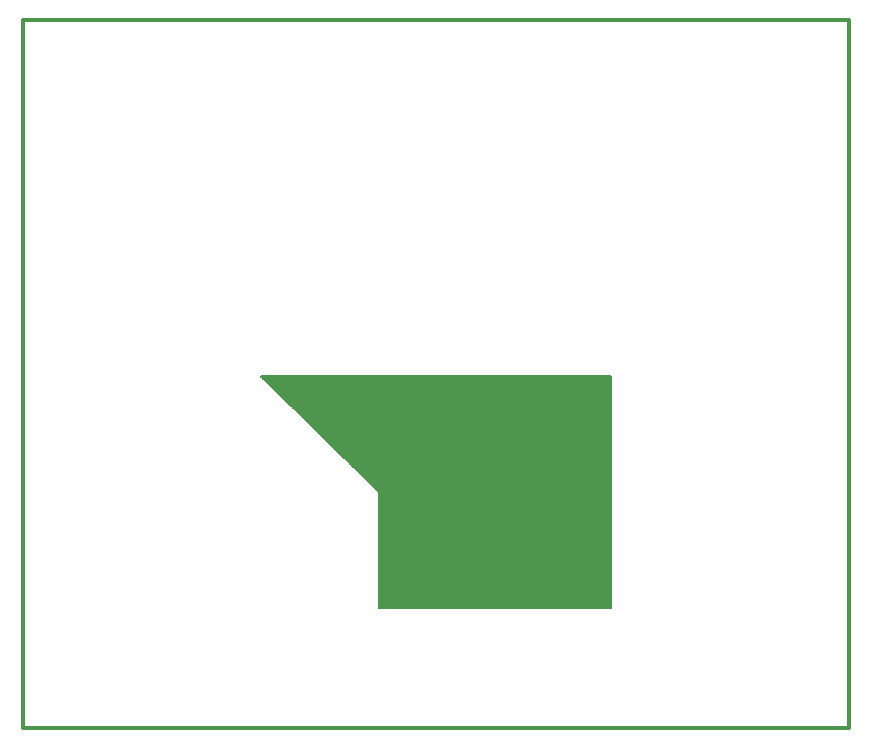
<source format=gbr>
G04 BAE OUTPUT*
%MOIN*%
%ADD10C,0.00500*%
%ADD11C,0.01181*%
%ADD12C,0.01250*%
%ADD13R,0.02362X0.07874*%
%ADD14R,0.02362X0.07875*%
%ADD15R,0.03400X0.09000*%
%ADD16C,0.03500*%
%ADD17R,0.04500X0.06000*%
%ADD18R,0.06000X0.04500*%
%ADD19C,0.07087*%
%ADD20R,0.07874X0.02362*%
%ADD21R,0.07875X0.02362*%
%ADD22C,0.08268*%
%ADD23R,0.09000X0.03400*%
%FSLAX23Y23*%
%MOIN*%
G01*
X0Y0D02*
G54D10*
X1483Y1871D02*
X1483Y1483D01*
X2257Y1483D01*
X2257Y2257D01*
X1089Y2257D01*
X1483Y1871D01*
X1484Y1484D02*
X2256Y1484D01*
X1484Y1487D02*
X2256Y1487D01*
X1484Y1491D02*
X2256Y1491D01*
X1484Y1494D02*
X2256Y1494D01*
X1484Y1498D02*
X2256Y1498D01*
X1484Y1501D02*
X2256Y1501D01*
X1484Y1505D02*
X2256Y1505D01*
X1484Y1508D02*
X2256Y1508D01*
X1484Y1512D02*
X2256Y1512D01*
X1484Y1515D02*
X2256Y1515D01*
X1484Y1519D02*
X2256Y1519D01*
X1484Y1522D02*
X2256Y1522D01*
X1484Y1526D02*
X2256Y1526D01*
X1484Y1529D02*
X2256Y1529D01*
X1484Y1533D02*
X2256Y1533D01*
X1484Y1536D02*
X2256Y1536D01*
X1484Y1540D02*
X2256Y1540D01*
X1484Y1543D02*
X2256Y1543D01*
X1484Y1547D02*
X2256Y1547D01*
X1484Y1550D02*
X2256Y1550D01*
X1484Y1554D02*
X2256Y1554D01*
X1484Y1557D02*
X2256Y1557D01*
X1484Y1561D02*
X2256Y1561D01*
X1484Y1564D02*
X2256Y1564D01*
X1484Y1568D02*
X2256Y1568D01*
X1484Y1571D02*
X2256Y1571D01*
X1484Y1575D02*
X2256Y1575D01*
X1484Y1578D02*
X2256Y1578D01*
X1484Y1582D02*
X2256Y1582D01*
X1484Y1585D02*
X2256Y1585D01*
X1484Y1589D02*
X2256Y1589D01*
X1484Y1592D02*
X2256Y1592D01*
X1484Y1596D02*
X2256Y1596D01*
X1484Y1599D02*
X2256Y1599D01*
X1484Y1603D02*
X2256Y1603D01*
X1484Y1606D02*
X2256Y1606D01*
X1484Y1610D02*
X2256Y1610D01*
X1484Y1613D02*
X2256Y1613D01*
X1484Y1617D02*
X2256Y1617D01*
X1484Y1620D02*
X2256Y1620D01*
X1484Y1624D02*
X2256Y1624D01*
X1484Y1627D02*
X2256Y1627D01*
X1484Y1631D02*
X2256Y1631D01*
X1484Y1634D02*
X2256Y1634D01*
X1484Y1638D02*
X2256Y1638D01*
X1484Y1641D02*
X2256Y1641D01*
X1484Y1645D02*
X2256Y1645D01*
X1484Y1648D02*
X2256Y1648D01*
X1484Y1652D02*
X2256Y1652D01*
X1484Y1655D02*
X2256Y1655D01*
X1484Y1659D02*
X2256Y1659D01*
X1484Y1662D02*
X2256Y1662D01*
X1484Y1666D02*
X2256Y1666D01*
X1484Y1669D02*
X2256Y1669D01*
X1484Y1673D02*
X2256Y1673D01*
X1484Y1676D02*
X2256Y1676D01*
X1484Y1680D02*
X2256Y1680D01*
X1484Y1683D02*
X2256Y1683D01*
X1484Y1687D02*
X2256Y1687D01*
X1484Y1690D02*
X2256Y1690D01*
X1484Y1694D02*
X2256Y1694D01*
X1484Y1697D02*
X2256Y1697D01*
X1484Y1701D02*
X2256Y1701D01*
X1484Y1704D02*
X2256Y1704D01*
X1484Y1708D02*
X2256Y1708D01*
X1484Y1711D02*
X2256Y1711D01*
X1484Y1715D02*
X2256Y1715D01*
X1484Y1718D02*
X2256Y1718D01*
X1484Y1722D02*
X2256Y1722D01*
X1484Y1725D02*
X2256Y1725D01*
X1484Y1729D02*
X2256Y1729D01*
X1484Y1732D02*
X2256Y1732D01*
X1484Y1736D02*
X2256Y1736D01*
X1484Y1739D02*
X2256Y1739D01*
X1484Y1742D02*
X2256Y1742D01*
X1484Y1746D02*
X2256Y1746D01*
X1484Y1749D02*
X2256Y1749D01*
X1484Y1753D02*
X2256Y1753D01*
X1484Y1756D02*
X2256Y1756D01*
X1484Y1760D02*
X2256Y1760D01*
X1484Y1763D02*
X2256Y1763D01*
X1484Y1767D02*
X2256Y1767D01*
X1484Y1770D02*
X2256Y1770D01*
X1484Y1774D02*
X2256Y1774D01*
X1484Y1777D02*
X2256Y1777D01*
X1484Y1781D02*
X2256Y1781D01*
X1484Y1784D02*
X2256Y1784D01*
X1484Y1788D02*
X2256Y1788D01*
X1484Y1791D02*
X2256Y1791D01*
X1484Y1795D02*
X2256Y1795D01*
X1484Y1798D02*
X2256Y1798D01*
X1484Y1802D02*
X2256Y1802D01*
X1484Y1805D02*
X2256Y1805D01*
X1484Y1809D02*
X2256Y1809D01*
X1484Y1812D02*
X2256Y1812D01*
X1484Y1816D02*
X2256Y1816D01*
X1484Y1819D02*
X2256Y1819D01*
X1484Y1823D02*
X2256Y1823D01*
X1484Y1826D02*
X2256Y1826D01*
X1484Y1830D02*
X2256Y1830D01*
X1484Y1833D02*
X2256Y1833D01*
X1484Y1837D02*
X2256Y1837D01*
X1484Y1840D02*
X2256Y1840D01*
X1484Y1844D02*
X2256Y1844D01*
X1484Y1847D02*
X2256Y1847D01*
X1484Y1851D02*
X2256Y1851D01*
X1484Y1854D02*
X2256Y1854D01*
X1484Y1858D02*
X2256Y1858D01*
X1484Y1861D02*
X2256Y1861D01*
X1484Y1865D02*
X2256Y1865D01*
X1484Y1868D02*
X2256Y1868D01*
X1484Y1872D02*
X2256Y1872D01*
X1480Y1875D02*
X2256Y1875D01*
X1476Y1879D02*
X2256Y1879D01*
X1473Y1882D02*
X2256Y1882D01*
X1469Y1886D02*
X2256Y1886D01*
X1466Y1889D02*
X2256Y1889D01*
X1462Y1893D02*
X2256Y1893D01*
X1459Y1896D02*
X2256Y1896D01*
X1455Y1900D02*
X2256Y1900D01*
X1451Y1903D02*
X2256Y1903D01*
X1448Y1907D02*
X2256Y1907D01*
X1444Y1910D02*
X2256Y1910D01*
X1441Y1914D02*
X2256Y1914D01*
X1437Y1917D02*
X2256Y1917D01*
X1434Y1921D02*
X2256Y1921D01*
X1430Y1924D02*
X2256Y1924D01*
X1426Y1928D02*
X2256Y1928D01*
X1423Y1931D02*
X2256Y1931D01*
X1419Y1935D02*
X2256Y1935D01*
X1416Y1938D02*
X2256Y1938D01*
X1412Y1942D02*
X2256Y1942D01*
X1409Y1945D02*
X2256Y1945D01*
X1405Y1949D02*
X2256Y1949D01*
X1402Y1952D02*
X2256Y1952D01*
X1398Y1956D02*
X2256Y1956D01*
X1394Y1959D02*
X2256Y1959D01*
X1391Y1963D02*
X2256Y1963D01*
X1387Y1966D02*
X2256Y1966D01*
X1384Y1970D02*
X2256Y1970D01*
X1380Y1973D02*
X2256Y1973D01*
X1377Y1977D02*
X2256Y1977D01*
X1373Y1980D02*
X2256Y1980D01*
X1369Y1984D02*
X2256Y1984D01*
X1366Y1987D02*
X2256Y1987D01*
X1362Y1991D02*
X2256Y1991D01*
X1359Y1994D02*
X2256Y1994D01*
X1355Y1998D02*
X2256Y1998D01*
X1352Y2001D02*
X2256Y2001D01*
X1348Y2005D02*
X2256Y2005D01*
X1344Y2008D02*
X2256Y2008D01*
X1341Y2012D02*
X2256Y2012D01*
X1337Y2015D02*
X2256Y2015D01*
X1334Y2019D02*
X2256Y2019D01*
X1330Y2022D02*
X2256Y2022D01*
X1327Y2026D02*
X2256Y2026D01*
X1323Y2029D02*
X2256Y2029D01*
X1319Y2033D02*
X2256Y2033D01*
X1316Y2036D02*
X2256Y2036D01*
X1312Y2040D02*
X2256Y2040D01*
X1309Y2043D02*
X2256Y2043D01*
X1305Y2047D02*
X2256Y2047D01*
X1302Y2050D02*
X2256Y2050D01*
X1298Y2054D02*
X2256Y2054D01*
X1295Y2057D02*
X2256Y2057D01*
X1291Y2061D02*
X2256Y2061D01*
X1287Y2064D02*
X2256Y2064D01*
X1284Y2068D02*
X2256Y2068D01*
X1280Y2071D02*
X2256Y2071D01*
X1277Y2075D02*
X2256Y2075D01*
X1273Y2078D02*
X2256Y2078D01*
X1270Y2082D02*
X2256Y2082D01*
X1266Y2085D02*
X2256Y2085D01*
X1262Y2089D02*
X2256Y2089D01*
X1259Y2092D02*
X2256Y2092D01*
X1255Y2096D02*
X2256Y2096D01*
X1252Y2099D02*
X2256Y2099D01*
X1248Y2103D02*
X2256Y2103D01*
X1245Y2106D02*
X2256Y2106D01*
X1241Y2110D02*
X2256Y2110D01*
X1237Y2113D02*
X2256Y2113D01*
X1234Y2117D02*
X2256Y2117D01*
X1230Y2120D02*
X2256Y2120D01*
X1227Y2124D02*
X2256Y2124D01*
X1223Y2127D02*
X2256Y2127D01*
X1220Y2130D02*
X2256Y2130D01*
X1216Y2134D02*
X2256Y2134D01*
X1213Y2137D02*
X2256Y2137D01*
X1209Y2141D02*
X2256Y2141D01*
X1205Y2144D02*
X2256Y2144D01*
X1202Y2148D02*
X2256Y2148D01*
X1198Y2151D02*
X2256Y2151D01*
X1195Y2155D02*
X2256Y2155D01*
X1191Y2158D02*
X2256Y2158D01*
X1188Y2162D02*
X2256Y2162D01*
X1184Y2165D02*
X2256Y2165D01*
X1180Y2169D02*
X2256Y2169D01*
X1177Y2172D02*
X2256Y2172D01*
X1173Y2176D02*
X2256Y2176D01*
X1170Y2179D02*
X2256Y2179D01*
X1166Y2183D02*
X2256Y2183D01*
X1163Y2186D02*
X2256Y2186D01*
X1159Y2190D02*
X2256Y2190D01*
X1155Y2193D02*
X2256Y2193D01*
X1152Y2197D02*
X2256Y2197D01*
X1148Y2200D02*
X2256Y2200D01*
X1145Y2204D02*
X2256Y2204D01*
X1141Y2207D02*
X2256Y2207D01*
X1138Y2211D02*
X2256Y2211D01*
X1134Y2214D02*
X2256Y2214D01*
X1130Y2218D02*
X2256Y2218D01*
X1127Y2221D02*
X2256Y2221D01*
X1123Y2225D02*
X2256Y2225D01*
X1120Y2228D02*
X2256Y2228D01*
X1116Y2232D02*
X2256Y2232D01*
X1113Y2235D02*
X2256Y2235D01*
X1109Y2239D02*
X2256Y2239D01*
X1106Y2242D02*
X2256Y2242D01*
X1102Y2246D02*
X2256Y2246D01*
X1098Y2249D02*
X2256Y2249D01*
X1095Y2253D02*
X2256Y2253D01*
X1091Y2256D02*
X2256Y2256D01*
D02*
G54D11*
X295Y1083D02*
X3051Y1083D01*
X3051Y3445D01*
X295Y3445D01*
X295Y1083D01*
X0Y0D02*
M02*
*

</source>
